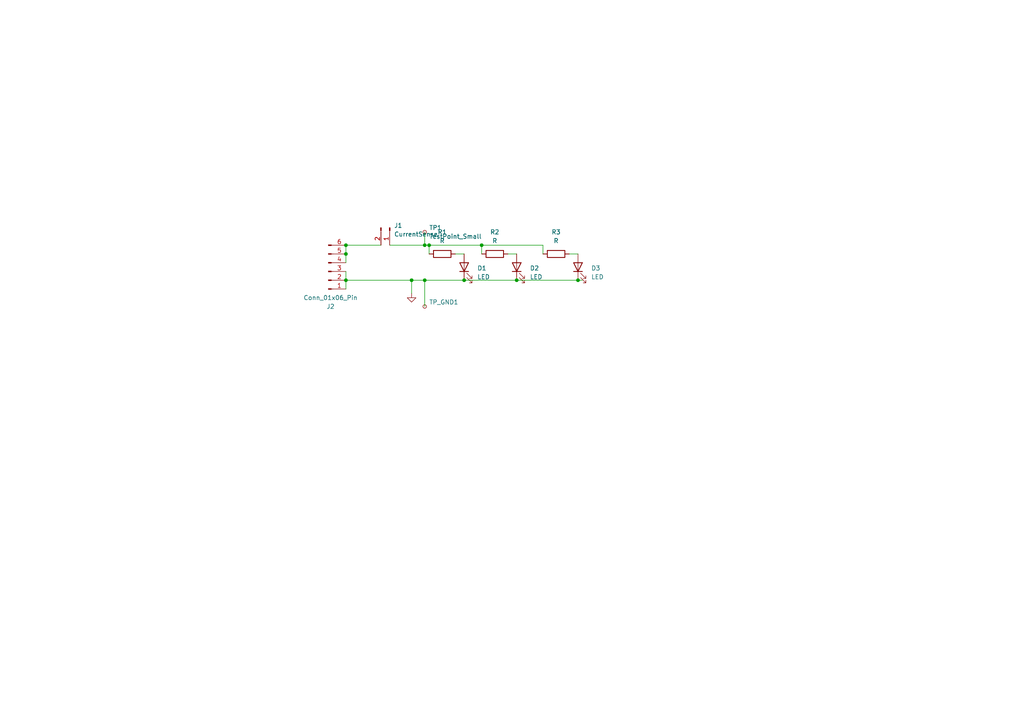
<source format=kicad_sch>
(kicad_sch (version 20230121) (generator eeschema)

  (uuid 03440668-3c82-43a1-ba2d-386432dd9ccf)

  (paper "A4")

  (lib_symbols
    (symbol "Connector:Conn_01x02_Pin" (pin_names (offset 1.016) hide) (in_bom yes) (on_board yes)
      (property "Reference" "J" (at 0 2.54 0)
        (effects (font (size 1.27 1.27)))
      )
      (property "Value" "Conn_01x02_Pin" (at 0 -5.08 0)
        (effects (font (size 1.27 1.27)))
      )
      (property "Footprint" "" (at 0 0 0)
        (effects (font (size 1.27 1.27)) hide)
      )
      (property "Datasheet" "~" (at 0 0 0)
        (effects (font (size 1.27 1.27)) hide)
      )
      (property "ki_locked" "" (at 0 0 0)
        (effects (font (size 1.27 1.27)))
      )
      (property "ki_keywords" "connector" (at 0 0 0)
        (effects (font (size 1.27 1.27)) hide)
      )
      (property "ki_description" "Generic connector, single row, 01x02, script generated" (at 0 0 0)
        (effects (font (size 1.27 1.27)) hide)
      )
      (property "ki_fp_filters" "Connector*:*_1x??_*" (at 0 0 0)
        (effects (font (size 1.27 1.27)) hide)
      )
      (symbol "Conn_01x02_Pin_1_1"
        (polyline
          (pts
            (xy 1.27 -2.54)
            (xy 0.8636 -2.54)
          )
          (stroke (width 0.1524) (type default))
          (fill (type none))
        )
        (polyline
          (pts
            (xy 1.27 0)
            (xy 0.8636 0)
          )
          (stroke (width 0.1524) (type default))
          (fill (type none))
        )
        (rectangle (start 0.8636 -2.413) (end 0 -2.667)
          (stroke (width 0.1524) (type default))
          (fill (type outline))
        )
        (rectangle (start 0.8636 0.127) (end 0 -0.127)
          (stroke (width 0.1524) (type default))
          (fill (type outline))
        )
        (pin passive line (at 5.08 0 180) (length 3.81)
          (name "Pin_1" (effects (font (size 1.27 1.27))))
          (number "1" (effects (font (size 1.27 1.27))))
        )
        (pin passive line (at 5.08 -2.54 180) (length 3.81)
          (name "Pin_2" (effects (font (size 1.27 1.27))))
          (number "2" (effects (font (size 1.27 1.27))))
        )
      )
    )
    (symbol "Connector:Conn_01x06_Pin" (pin_names (offset 1.016) hide) (in_bom yes) (on_board yes)
      (property "Reference" "J" (at 0 7.62 0)
        (effects (font (size 1.27 1.27)))
      )
      (property "Value" "Conn_01x06_Pin" (at 0 -10.16 0)
        (effects (font (size 1.27 1.27)))
      )
      (property "Footprint" "" (at 0 0 0)
        (effects (font (size 1.27 1.27)) hide)
      )
      (property "Datasheet" "~" (at 0 0 0)
        (effects (font (size 1.27 1.27)) hide)
      )
      (property "ki_locked" "" (at 0 0 0)
        (effects (font (size 1.27 1.27)))
      )
      (property "ki_keywords" "connector" (at 0 0 0)
        (effects (font (size 1.27 1.27)) hide)
      )
      (property "ki_description" "Generic connector, single row, 01x06, script generated" (at 0 0 0)
        (effects (font (size 1.27 1.27)) hide)
      )
      (property "ki_fp_filters" "Connector*:*_1x??_*" (at 0 0 0)
        (effects (font (size 1.27 1.27)) hide)
      )
      (symbol "Conn_01x06_Pin_1_1"
        (polyline
          (pts
            (xy 1.27 -7.62)
            (xy 0.8636 -7.62)
          )
          (stroke (width 0.1524) (type default))
          (fill (type none))
        )
        (polyline
          (pts
            (xy 1.27 -5.08)
            (xy 0.8636 -5.08)
          )
          (stroke (width 0.1524) (type default))
          (fill (type none))
        )
        (polyline
          (pts
            (xy 1.27 -2.54)
            (xy 0.8636 -2.54)
          )
          (stroke (width 0.1524) (type default))
          (fill (type none))
        )
        (polyline
          (pts
            (xy 1.27 0)
            (xy 0.8636 0)
          )
          (stroke (width 0.1524) (type default))
          (fill (type none))
        )
        (polyline
          (pts
            (xy 1.27 2.54)
            (xy 0.8636 2.54)
          )
          (stroke (width 0.1524) (type default))
          (fill (type none))
        )
        (polyline
          (pts
            (xy 1.27 5.08)
            (xy 0.8636 5.08)
          )
          (stroke (width 0.1524) (type default))
          (fill (type none))
        )
        (rectangle (start 0.8636 -7.493) (end 0 -7.747)
          (stroke (width 0.1524) (type default))
          (fill (type outline))
        )
        (rectangle (start 0.8636 -4.953) (end 0 -5.207)
          (stroke (width 0.1524) (type default))
          (fill (type outline))
        )
        (rectangle (start 0.8636 -2.413) (end 0 -2.667)
          (stroke (width 0.1524) (type default))
          (fill (type outline))
        )
        (rectangle (start 0.8636 0.127) (end 0 -0.127)
          (stroke (width 0.1524) (type default))
          (fill (type outline))
        )
        (rectangle (start 0.8636 2.667) (end 0 2.413)
          (stroke (width 0.1524) (type default))
          (fill (type outline))
        )
        (rectangle (start 0.8636 5.207) (end 0 4.953)
          (stroke (width 0.1524) (type default))
          (fill (type outline))
        )
        (pin passive line (at 5.08 5.08 180) (length 3.81)
          (name "Pin_1" (effects (font (size 1.27 1.27))))
          (number "1" (effects (font (size 1.27 1.27))))
        )
        (pin passive line (at 5.08 2.54 180) (length 3.81)
          (name "Pin_2" (effects (font (size 1.27 1.27))))
          (number "2" (effects (font (size 1.27 1.27))))
        )
        (pin passive line (at 5.08 0 180) (length 3.81)
          (name "Pin_3" (effects (font (size 1.27 1.27))))
          (number "3" (effects (font (size 1.27 1.27))))
        )
        (pin passive line (at 5.08 -2.54 180) (length 3.81)
          (name "Pin_4" (effects (font (size 1.27 1.27))))
          (number "4" (effects (font (size 1.27 1.27))))
        )
        (pin passive line (at 5.08 -5.08 180) (length 3.81)
          (name "Pin_5" (effects (font (size 1.27 1.27))))
          (number "5" (effects (font (size 1.27 1.27))))
        )
        (pin passive line (at 5.08 -7.62 180) (length 3.81)
          (name "Pin_6" (effects (font (size 1.27 1.27))))
          (number "6" (effects (font (size 1.27 1.27))))
        )
      )
    )
    (symbol "Connector:TestPoint_Small" (pin_numbers hide) (pin_names (offset 0.762) hide) (in_bom yes) (on_board yes)
      (property "Reference" "TP" (at 0 3.81 0)
        (effects (font (size 1.27 1.27)))
      )
      (property "Value" "TestPoint_Small" (at 0 2.032 0)
        (effects (font (size 1.27 1.27)))
      )
      (property "Footprint" "" (at 5.08 0 0)
        (effects (font (size 1.27 1.27)) hide)
      )
      (property "Datasheet" "~" (at 5.08 0 0)
        (effects (font (size 1.27 1.27)) hide)
      )
      (property "ki_keywords" "test point tp" (at 0 0 0)
        (effects (font (size 1.27 1.27)) hide)
      )
      (property "ki_description" "test point" (at 0 0 0)
        (effects (font (size 1.27 1.27)) hide)
      )
      (property "ki_fp_filters" "Pin* Test*" (at 0 0 0)
        (effects (font (size 1.27 1.27)) hide)
      )
      (symbol "TestPoint_Small_0_1"
        (circle (center 0 0) (radius 0.508)
          (stroke (width 0) (type default))
          (fill (type none))
        )
      )
      (symbol "TestPoint_Small_1_1"
        (pin passive line (at 0 0 90) (length 0)
          (name "1" (effects (font (size 1.27 1.27))))
          (number "1" (effects (font (size 1.27 1.27))))
        )
      )
    )
    (symbol "Device:LED" (pin_numbers hide) (pin_names (offset 1.016) hide) (in_bom yes) (on_board yes)
      (property "Reference" "D" (at 0 2.54 0)
        (effects (font (size 1.27 1.27)))
      )
      (property "Value" "LED" (at 0 -2.54 0)
        (effects (font (size 1.27 1.27)))
      )
      (property "Footprint" "" (at 0 0 0)
        (effects (font (size 1.27 1.27)) hide)
      )
      (property "Datasheet" "~" (at 0 0 0)
        (effects (font (size 1.27 1.27)) hide)
      )
      (property "ki_keywords" "LED diode" (at 0 0 0)
        (effects (font (size 1.27 1.27)) hide)
      )
      (property "ki_description" "Light emitting diode" (at 0 0 0)
        (effects (font (size 1.27 1.27)) hide)
      )
      (property "ki_fp_filters" "LED* LED_SMD:* LED_THT:*" (at 0 0 0)
        (effects (font (size 1.27 1.27)) hide)
      )
      (symbol "LED_0_1"
        (polyline
          (pts
            (xy -1.27 -1.27)
            (xy -1.27 1.27)
          )
          (stroke (width 0.254) (type default))
          (fill (type none))
        )
        (polyline
          (pts
            (xy -1.27 0)
            (xy 1.27 0)
          )
          (stroke (width 0) (type default))
          (fill (type none))
        )
        (polyline
          (pts
            (xy 1.27 -1.27)
            (xy 1.27 1.27)
            (xy -1.27 0)
            (xy 1.27 -1.27)
          )
          (stroke (width 0.254) (type default))
          (fill (type none))
        )
        (polyline
          (pts
            (xy -3.048 -0.762)
            (xy -4.572 -2.286)
            (xy -3.81 -2.286)
            (xy -4.572 -2.286)
            (xy -4.572 -1.524)
          )
          (stroke (width 0) (type default))
          (fill (type none))
        )
        (polyline
          (pts
            (xy -1.778 -0.762)
            (xy -3.302 -2.286)
            (xy -2.54 -2.286)
            (xy -3.302 -2.286)
            (xy -3.302 -1.524)
          )
          (stroke (width 0) (type default))
          (fill (type none))
        )
      )
      (symbol "LED_1_1"
        (pin passive line (at -3.81 0 0) (length 2.54)
          (name "K" (effects (font (size 1.27 1.27))))
          (number "1" (effects (font (size 1.27 1.27))))
        )
        (pin passive line (at 3.81 0 180) (length 2.54)
          (name "A" (effects (font (size 1.27 1.27))))
          (number "2" (effects (font (size 1.27 1.27))))
        )
      )
    )
    (symbol "Device:R" (pin_numbers hide) (pin_names (offset 0)) (in_bom yes) (on_board yes)
      (property "Reference" "R" (at 2.032 0 90)
        (effects (font (size 1.27 1.27)))
      )
      (property "Value" "R" (at 0 0 90)
        (effects (font (size 1.27 1.27)))
      )
      (property "Footprint" "" (at -1.778 0 90)
        (effects (font (size 1.27 1.27)) hide)
      )
      (property "Datasheet" "~" (at 0 0 0)
        (effects (font (size 1.27 1.27)) hide)
      )
      (property "ki_keywords" "R res resistor" (at 0 0 0)
        (effects (font (size 1.27 1.27)) hide)
      )
      (property "ki_description" "Resistor" (at 0 0 0)
        (effects (font (size 1.27 1.27)) hide)
      )
      (property "ki_fp_filters" "R_*" (at 0 0 0)
        (effects (font (size 1.27 1.27)) hide)
      )
      (symbol "R_0_1"
        (rectangle (start -1.016 -2.54) (end 1.016 2.54)
          (stroke (width 0.254) (type default))
          (fill (type none))
        )
      )
      (symbol "R_1_1"
        (pin passive line (at 0 3.81 270) (length 1.27)
          (name "~" (effects (font (size 1.27 1.27))))
          (number "1" (effects (font (size 1.27 1.27))))
        )
        (pin passive line (at 0 -3.81 90) (length 1.27)
          (name "~" (effects (font (size 1.27 1.27))))
          (number "2" (effects (font (size 1.27 1.27))))
        )
      )
    )
    (symbol "power:GND" (power) (pin_names (offset 0)) (in_bom yes) (on_board yes)
      (property "Reference" "#PWR" (at 0 -6.35 0)
        (effects (font (size 1.27 1.27)) hide)
      )
      (property "Value" "GND" (at 0 -3.81 0)
        (effects (font (size 1.27 1.27)))
      )
      (property "Footprint" "" (at 0 0 0)
        (effects (font (size 1.27 1.27)) hide)
      )
      (property "Datasheet" "" (at 0 0 0)
        (effects (font (size 1.27 1.27)) hide)
      )
      (property "ki_keywords" "global power" (at 0 0 0)
        (effects (font (size 1.27 1.27)) hide)
      )
      (property "ki_description" "Power symbol creates a global label with name \"GND\" , ground" (at 0 0 0)
        (effects (font (size 1.27 1.27)) hide)
      )
      (symbol "GND_0_1"
        (polyline
          (pts
            (xy 0 0)
            (xy 0 -1.27)
            (xy 1.27 -1.27)
            (xy 0 -2.54)
            (xy -1.27 -1.27)
            (xy 0 -1.27)
          )
          (stroke (width 0) (type default))
          (fill (type none))
        )
      )
      (symbol "GND_1_1"
        (pin power_in line (at 0 0 270) (length 0) hide
          (name "GND" (effects (font (size 1.27 1.27))))
          (number "1" (effects (font (size 1.27 1.27))))
        )
      )
    )
  )

  (junction (at 123.19 81.28) (diameter 0) (color 0 0 0 0)
    (uuid 29d3a1d2-ef57-4752-8013-bcf9f21babb3)
  )
  (junction (at 100.33 81.28) (diameter 0) (color 0 0 0 0)
    (uuid 2d33490d-af6a-440a-8569-24d46ce24de7)
  )
  (junction (at 149.86 81.28) (diameter 0) (color 0 0 0 0)
    (uuid 34db27c8-5bde-4b23-9cca-54e1664334e6)
  )
  (junction (at 119.38 81.28) (diameter 0) (color 0 0 0 0)
    (uuid 512e01fe-4ab9-4555-9897-2f7b77887f51)
  )
  (junction (at 100.33 73.66) (diameter 0) (color 0 0 0 0)
    (uuid 6e366a91-fa45-4cb1-84ac-46677e52e87c)
  )
  (junction (at 167.64 81.28) (diameter 0) (color 0 0 0 0)
    (uuid 73fd4403-eb0f-41b9-a837-91a25454496f)
  )
  (junction (at 123.19 71.12) (diameter 0) (color 0 0 0 0)
    (uuid 7aa513a0-65b0-4932-a5da-c966f8948643)
  )
  (junction (at 100.33 71.12) (diameter 0) (color 0 0 0 0)
    (uuid c86a1db3-8d45-4635-9146-80cc4c3c98b4)
  )
  (junction (at 124.46 71.12) (diameter 0) (color 0 0 0 0)
    (uuid ccf95759-5a69-40f7-aa1e-da63a31bb89b)
  )
  (junction (at 134.62 81.28) (diameter 0) (color 0 0 0 0)
    (uuid eee2aa4c-b247-4217-a194-6a20eda0667e)
  )
  (junction (at 139.7 71.12) (diameter 0) (color 0 0 0 0)
    (uuid f3deeb35-16ed-40bb-8f3e-cd1bae7323db)
  )

  (wire (pts (xy 124.46 71.12) (xy 124.46 73.66))
    (stroke (width 0) (type default))
    (uuid 04912128-0e49-4815-b748-d579146e696c)
  )
  (wire (pts (xy 132.08 73.66) (xy 134.62 73.66))
    (stroke (width 0) (type default))
    (uuid 0a7aa25d-17a5-40c6-8781-fd6649a82cc4)
  )
  (wire (pts (xy 123.19 81.28) (xy 123.19 88.9))
    (stroke (width 0) (type default))
    (uuid 0b112f3b-53ba-4436-9427-5d1d2fcb1fad)
  )
  (wire (pts (xy 147.32 73.66) (xy 149.86 73.66))
    (stroke (width 0) (type default))
    (uuid 0ce10b85-8725-4a47-8a7c-d3151c0d67b2)
  )
  (wire (pts (xy 119.38 81.28) (xy 123.19 81.28))
    (stroke (width 0) (type default))
    (uuid 13457a3e-16b9-414c-9158-76aaed168717)
  )
  (wire (pts (xy 167.64 81.28) (xy 168.91 81.28))
    (stroke (width 0) (type default))
    (uuid 1a42624d-e4e6-44d8-9595-e835ed635391)
  )
  (wire (pts (xy 134.62 81.28) (xy 149.86 81.28))
    (stroke (width 0) (type default))
    (uuid 1d2214b2-eb95-4c89-bde6-19727e01e787)
  )
  (wire (pts (xy 139.7 71.12) (xy 157.48 71.12))
    (stroke (width 0) (type default))
    (uuid 24af6d25-2657-4a78-8df9-1ef48fe86281)
  )
  (wire (pts (xy 157.48 71.12) (xy 157.48 73.66))
    (stroke (width 0) (type default))
    (uuid 427ccc13-431a-490f-994a-fae552779a07)
  )
  (wire (pts (xy 100.33 71.12) (xy 100.33 73.66))
    (stroke (width 0) (type default))
    (uuid 4d9f2999-fa79-4fcd-a0c1-7ae816b5f3a2)
  )
  (wire (pts (xy 119.38 81.28) (xy 119.38 85.09))
    (stroke (width 0) (type default))
    (uuid 5bf26d84-8427-490b-ba1b-49215561d559)
  )
  (wire (pts (xy 123.19 67.31) (xy 123.19 71.12))
    (stroke (width 0) (type default))
    (uuid 6805ddec-549b-4097-be1e-8cffe9f990b3)
  )
  (wire (pts (xy 123.19 81.28) (xy 134.62 81.28))
    (stroke (width 0) (type default))
    (uuid 703f9196-a221-467f-8754-cbc27da1beba)
  )
  (wire (pts (xy 113.03 71.12) (xy 123.19 71.12))
    (stroke (width 0) (type default))
    (uuid 7e9fa881-06ee-40f7-a518-ca351e118697)
  )
  (wire (pts (xy 100.33 71.12) (xy 110.49 71.12))
    (stroke (width 0) (type default))
    (uuid abb5556f-5d84-4065-986b-17fe809e1cfa)
  )
  (wire (pts (xy 100.33 78.74) (xy 100.33 81.28))
    (stroke (width 0) (type default))
    (uuid ac396676-d782-4aa6-a158-edf98fc76bd2)
  )
  (wire (pts (xy 165.1 73.66) (xy 167.64 73.66))
    (stroke (width 0) (type default))
    (uuid b149f264-0d85-43ea-b9e9-4eb94e745c28)
  )
  (wire (pts (xy 100.33 76.2) (xy 100.33 73.66))
    (stroke (width 0) (type default))
    (uuid b4348904-6deb-4325-ae6b-6f8da7395be0)
  )
  (wire (pts (xy 149.86 81.28) (xy 167.64 81.28))
    (stroke (width 0) (type default))
    (uuid b455434c-3258-4b28-8f3a-bd5ad7bfe3d6)
  )
  (wire (pts (xy 100.33 81.28) (xy 119.38 81.28))
    (stroke (width 0) (type default))
    (uuid b4b2b967-9d97-47bc-8862-0d4b6ae7841d)
  )
  (wire (pts (xy 100.33 83.82) (xy 100.33 81.28))
    (stroke (width 0) (type default))
    (uuid b6eaf6d4-6376-4973-91e0-5a0ad73b5da6)
  )
  (wire (pts (xy 139.7 71.12) (xy 139.7 73.66))
    (stroke (width 0) (type default))
    (uuid e1aed3bf-5e1b-4d4e-92c9-a91df2262625)
  )
  (wire (pts (xy 124.46 71.12) (xy 139.7 71.12))
    (stroke (width 0) (type default))
    (uuid f9ae1408-7b28-49b1-80f0-170f5dec342e)
  )
  (wire (pts (xy 123.19 71.12) (xy 124.46 71.12))
    (stroke (width 0) (type default))
    (uuid faef1be1-4d94-42b6-93e1-036747f1c13f)
  )

  (symbol (lib_id "Device:LED") (at 134.62 77.47 90) (unit 1)
    (in_bom yes) (on_board yes) (dnp no) (fields_autoplaced)
    (uuid 0b483609-bcfd-4332-a89b-0f266c133607)
    (property "Reference" "D1" (at 138.43 77.7875 90)
      (effects (font (size 1.27 1.27)) (justify right))
    )
    (property "Value" "LED" (at 138.43 80.3275 90)
      (effects (font (size 1.27 1.27)) (justify right))
    )
    (property "Footprint" "LED_SMD:LED_0805_2012Metric_Pad1.15x1.40mm_HandSolder" (at 134.62 77.47 0)
      (effects (font (size 1.27 1.27)) hide)
    )
    (property "Datasheet" "~" (at 134.62 77.47 0)
      (effects (font (size 1.27 1.27)) hide)
    )
    (pin "1" (uuid b6328411-224d-4f9a-b349-6f634793d34b))
    (pin "2" (uuid 9c476836-1e16-4e81-b6f5-36bb6eada98e))
    (instances
      (project "LLL_LEDS"
        (path "/03440668-3c82-43a1-ba2d-386432dd9ccf"
          (reference "D1") (unit 1)
        )
      )
    )
  )

  (symbol (lib_id "Device:R") (at 143.51 73.66 90) (unit 1)
    (in_bom yes) (on_board yes) (dnp no) (fields_autoplaced)
    (uuid 253c2e86-5c68-4285-82b6-29d426f4eb5d)
    (property "Reference" "R2" (at 143.51 67.31 90)
      (effects (font (size 1.27 1.27)))
    )
    (property "Value" "R" (at 143.51 69.85 90)
      (effects (font (size 1.27 1.27)))
    )
    (property "Footprint" "Resistor_SMD:R_0805_2012Metric_Pad1.20x1.40mm_HandSolder" (at 143.51 75.438 90)
      (effects (font (size 1.27 1.27)) hide)
    )
    (property "Datasheet" "~" (at 143.51 73.66 0)
      (effects (font (size 1.27 1.27)) hide)
    )
    (pin "1" (uuid 2a3c0539-bf02-4700-8650-0be65ded1531))
    (pin "2" (uuid 0181db7b-c775-4abe-8940-04a0250567b7))
    (instances
      (project "LLL_LEDS"
        (path "/03440668-3c82-43a1-ba2d-386432dd9ccf"
          (reference "R2") (unit 1)
        )
      )
    )
  )

  (symbol (lib_id "Device:R") (at 161.29 73.66 90) (unit 1)
    (in_bom yes) (on_board yes) (dnp no) (fields_autoplaced)
    (uuid 91bba33c-1de2-4257-b989-5890aa905157)
    (property "Reference" "R3" (at 161.29 67.31 90)
      (effects (font (size 1.27 1.27)))
    )
    (property "Value" "R" (at 161.29 69.85 90)
      (effects (font (size 1.27 1.27)))
    )
    (property "Footprint" "Resistor_SMD:R_0805_2012Metric_Pad1.20x1.40mm_HandSolder" (at 161.29 75.438 90)
      (effects (font (size 1.27 1.27)) hide)
    )
    (property "Datasheet" "~" (at 161.29 73.66 0)
      (effects (font (size 1.27 1.27)) hide)
    )
    (pin "1" (uuid 75e0c76d-d209-4625-b385-959e8685c0eb))
    (pin "2" (uuid 05130ec7-8680-46d6-9e39-7693fe9e6ada))
    (instances
      (project "LLL_LEDS"
        (path "/03440668-3c82-43a1-ba2d-386432dd9ccf"
          (reference "R3") (unit 1)
        )
      )
    )
  )

  (symbol (lib_id "Connector:TestPoint_Small") (at 123.19 67.31 0) (unit 1)
    (in_bom yes) (on_board yes) (dnp no) (fields_autoplaced)
    (uuid 9de57dd1-2557-40c4-87f3-b313b9ad9c46)
    (property "Reference" "TP1" (at 124.46 66.04 0)
      (effects (font (size 1.27 1.27)) (justify left))
    )
    (property "Value" "TestPoint_Small" (at 124.46 68.58 0)
      (effects (font (size 1.27 1.27)) (justify left))
    )
    (property "Footprint" "TestPoint:TestPoint_Loop_D1.80mm_Drill1.0mm_Beaded" (at 128.27 67.31 0)
      (effects (font (size 1.27 1.27)) hide)
    )
    (property "Datasheet" "~" (at 128.27 67.31 0)
      (effects (font (size 1.27 1.27)) hide)
    )
    (pin "1" (uuid 78f200fc-c688-4aeb-85a3-1523f45ca849))
    (instances
      (project "LLL_LEDS"
        (path "/03440668-3c82-43a1-ba2d-386432dd9ccf"
          (reference "TP1") (unit 1)
        )
      )
    )
  )

  (symbol (lib_id "Device:R") (at 128.27 73.66 90) (unit 1)
    (in_bom yes) (on_board yes) (dnp no) (fields_autoplaced)
    (uuid 9edf1f78-cf6d-4300-aedf-b0136c50aa01)
    (property "Reference" "R1" (at 128.27 67.31 90)
      (effects (font (size 1.27 1.27)))
    )
    (property "Value" "R" (at 128.27 69.85 90)
      (effects (font (size 1.27 1.27)))
    )
    (property "Footprint" "Resistor_SMD:R_0805_2012Metric_Pad1.20x1.40mm_HandSolder" (at 128.27 75.438 90)
      (effects (font (size 1.27 1.27)) hide)
    )
    (property "Datasheet" "~" (at 128.27 73.66 0)
      (effects (font (size 1.27 1.27)) hide)
    )
    (pin "1" (uuid 8abf36f1-608b-4bd1-98f9-abffc96d73cc))
    (pin "2" (uuid 242193a2-e00a-44bc-9179-b914ff09a90d))
    (instances
      (project "LLL_LEDS"
        (path "/03440668-3c82-43a1-ba2d-386432dd9ccf"
          (reference "R1") (unit 1)
        )
      )
    )
  )

  (symbol (lib_id "Connector:Conn_01x06_Pin") (at 95.25 78.74 0) (mirror x) (unit 1)
    (in_bom yes) (on_board yes) (dnp no) (fields_autoplaced)
    (uuid a528b667-0f7f-4d1e-b93c-1aab0af32d66)
    (property "Reference" "J2" (at 95.885 88.9 0)
      (effects (font (size 1.27 1.27)))
    )
    (property "Value" "Conn_01x06_Pin" (at 95.885 86.36 0)
      (effects (font (size 1.27 1.27)))
    )
    (property "Footprint" "Library:Connector_Male_LLL" (at 95.25 78.74 0)
      (effects (font (size 1.27 1.27)) hide)
    )
    (property "Datasheet" "~" (at 95.25 78.74 0)
      (effects (font (size 1.27 1.27)) hide)
    )
    (pin "1" (uuid 4985ad98-4d75-4e38-87a2-1e71d1a2a8ae))
    (pin "2" (uuid 6bca7210-2e91-498f-aa8f-2204a073677c))
    (pin "3" (uuid d6a14e57-b8f3-47b4-ae98-dcf2e53d32e5))
    (pin "4" (uuid f410697c-7051-4c57-bbba-06a00cc9ce30))
    (pin "5" (uuid 289c59e0-3f05-423e-beb9-2a615b3d9a4a))
    (pin "6" (uuid 5391e518-66e1-4b5f-bbf3-89807d616b5c))
    (instances
      (project "LLL_LEDS"
        (path "/03440668-3c82-43a1-ba2d-386432dd9ccf"
          (reference "J2") (unit 1)
        )
      )
    )
  )

  (symbol (lib_id "Connector:TestPoint_Small") (at 123.19 88.9 0) (unit 1)
    (in_bom yes) (on_board yes) (dnp no) (fields_autoplaced)
    (uuid a64c4b45-4350-43f7-9cc8-f665645e9628)
    (property "Reference" "TP_GND1" (at 124.46 87.63 0)
      (effects (font (size 1.27 1.27)) (justify left))
    )
    (property "Value" "TestPoint_Small" (at 124.46 90.17 0)
      (effects (font (size 1.27 1.27)) (justify left) hide)
    )
    (property "Footprint" "TestPoint:TestPoint_Loop_D2.50mm_Drill1.0mm" (at 128.27 88.9 0)
      (effects (font (size 1.27 1.27)) hide)
    )
    (property "Datasheet" "~" (at 128.27 88.9 0)
      (effects (font (size 1.27 1.27)) hide)
    )
    (pin "1" (uuid ccc1f6d0-46d8-4153-954d-452dcadae47f))
    (instances
      (project "LLL_LEDS"
        (path "/03440668-3c82-43a1-ba2d-386432dd9ccf"
          (reference "TP_GND1") (unit 1)
        )
      )
    )
  )

  (symbol (lib_id "power:GND") (at 119.38 85.09 0) (unit 1)
    (in_bom yes) (on_board yes) (dnp no) (fields_autoplaced)
    (uuid bce53455-dc90-45b8-9b29-f45c1d16cb0f)
    (property "Reference" "#PWR01" (at 119.38 91.44 0)
      (effects (font (size 1.27 1.27)) hide)
    )
    (property "Value" "GND" (at 119.38 90.17 0)
      (effects (font (size 1.27 1.27)) hide)
    )
    (property "Footprint" "" (at 119.38 85.09 0)
      (effects (font (size 1.27 1.27)) hide)
    )
    (property "Datasheet" "" (at 119.38 85.09 0)
      (effects (font (size 1.27 1.27)) hide)
    )
    (pin "1" (uuid c633f130-dacc-4c41-a551-336998810612))
    (instances
      (project "LLL_LEDS"
        (path "/03440668-3c82-43a1-ba2d-386432dd9ccf"
          (reference "#PWR01") (unit 1)
        )
      )
    )
  )

  (symbol (lib_id "Device:LED") (at 149.86 77.47 90) (unit 1)
    (in_bom yes) (on_board yes) (dnp no) (fields_autoplaced)
    (uuid bed48f3f-a407-42a5-bf4d-afcb3c2568da)
    (property "Reference" "D2" (at 153.67 77.7875 90)
      (effects (font (size 1.27 1.27)) (justify right))
    )
    (property "Value" "LED" (at 153.67 80.3275 90)
      (effects (font (size 1.27 1.27)) (justify right))
    )
    (property "Footprint" "LED_SMD:LED_0805_2012Metric_Pad1.15x1.40mm_HandSolder" (at 149.86 77.47 0)
      (effects (font (size 1.27 1.27)) hide)
    )
    (property "Datasheet" "~" (at 149.86 77.47 0)
      (effects (font (size 1.27 1.27)) hide)
    )
    (pin "1" (uuid 509ac49d-f9ea-4fc8-844a-6df0ba7c533a))
    (pin "2" (uuid 52770fd3-00ea-43e1-8d68-a83d052e10ac))
    (instances
      (project "LLL_LEDS"
        (path "/03440668-3c82-43a1-ba2d-386432dd9ccf"
          (reference "D2") (unit 1)
        )
      )
    )
  )

  (symbol (lib_id "Connector:Conn_01x02_Pin") (at 113.03 66.04 270) (unit 1)
    (in_bom yes) (on_board yes) (dnp no) (fields_autoplaced)
    (uuid c1fcdb99-46da-4fdb-a155-3287c0ef893c)
    (property "Reference" "J1" (at 114.3 65.405 90)
      (effects (font (size 1.27 1.27)) (justify left))
    )
    (property "Value" "CurrentSense" (at 114.3 67.945 90)
      (effects (font (size 1.27 1.27)) (justify left))
    )
    (property "Footprint" "Connector_PinHeader_2.54mm:PinHeader_1x02_P2.54mm_Vertical" (at 113.03 66.04 0)
      (effects (font (size 1.27 1.27)) hide)
    )
    (property "Datasheet" "~" (at 113.03 66.04 0)
      (effects (font (size 1.27 1.27)) hide)
    )
    (pin "1" (uuid b8428f23-73c2-4218-85a9-5c8de1fd67ea))
    (pin "2" (uuid cf0bba16-67fa-4931-86bc-82f8e3cb42f3))
    (instances
      (project "LLL_LEDS"
        (path "/03440668-3c82-43a1-ba2d-386432dd9ccf"
          (reference "J1") (unit 1)
        )
      )
    )
  )

  (symbol (lib_id "Device:LED") (at 167.64 77.47 90) (unit 1)
    (in_bom yes) (on_board yes) (dnp no) (fields_autoplaced)
    (uuid ff6869f9-8ab6-4eed-a9db-4c488a11b5b0)
    (property "Reference" "D3" (at 171.45 77.7875 90)
      (effects (font (size 1.27 1.27)) (justify right))
    )
    (property "Value" "LED" (at 171.45 80.3275 90)
      (effects (font (size 1.27 1.27)) (justify right))
    )
    (property "Footprint" "LED_SMD:LED_0805_2012Metric_Pad1.15x1.40mm_HandSolder" (at 167.64 77.47 0)
      (effects (font (size 1.27 1.27)) hide)
    )
    (property "Datasheet" "~" (at 167.64 77.47 0)
      (effects (font (size 1.27 1.27)) hide)
    )
    (pin "1" (uuid 9a377bf4-dc56-497c-8ac7-d2c838f181ff))
    (pin "2" (uuid 29609f04-a162-44e8-afe2-6b44fd62699d))
    (instances
      (project "LLL_LEDS"
        (path "/03440668-3c82-43a1-ba2d-386432dd9ccf"
          (reference "D3") (unit 1)
        )
      )
    )
  )

  (sheet_instances
    (path "/" (page "1"))
  )
)

</source>
